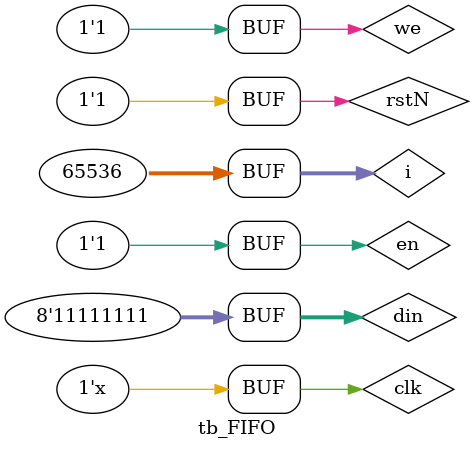
<source format=v>
`timescale 1ns / 1ps


module tb_FIFO;
    parameter DATA_BITWIDTH = 8;
    parameter ADDR_BITWIDTH = 4;

    integer i;
    reg clk, rstN, en, we;
    reg[DATA_BITWIDTH-1:0] din;
    wire[DATA_BITWIDTH-1:0] dout;

    FIFO    #(  .DATA_BITWIDTH(DATA_BITWIDTH),
                .ADDR_BITWIDTH(ADDR_BITWIDTH)  )  
    fifo    (   .clk(clk), .rstN(rstN), .en(en), .we(we),
                .din(din),
                .dout(dout)  );

    always #10 clk = ~clk;

    initial begin
        clk = 0; rstN = 1; en = 0; we = 0; i = 0;
    #5  rstN = 0;
    #5  rstN = 1; en = 1; we = 1; 
        for(i = 0; i < 65536; i = i + 1) begin
            din = i;
        #20;
        end
    end

endmodule

</source>
